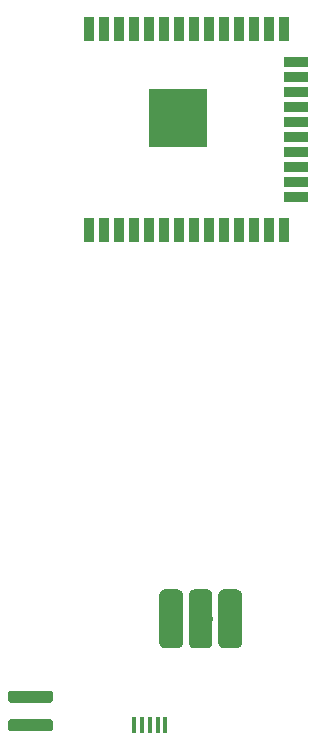
<source format=gbr>
G04 #@! TF.GenerationSoftware,KiCad,Pcbnew,(5.1.2)-1*
G04 #@! TF.CreationDate,2019-07-28T17:54:04+02:00*
G04 #@! TF.ProjectId,qqv11,71717631-312e-46b6-9963-61645f706362,rev?*
G04 #@! TF.SameCoordinates,Original*
G04 #@! TF.FileFunction,Paste,Bot*
G04 #@! TF.FilePolarity,Positive*
%FSLAX46Y46*%
G04 Gerber Fmt 4.6, Leading zero omitted, Abs format (unit mm)*
G04 Created by KiCad (PCBNEW (5.1.2)-1) date 2019-07-28 17:54:04*
%MOMM*%
%LPD*%
G04 APERTURE LIST*
%ADD10R,0.400000X1.350000*%
%ADD11C,0.100000*%
%ADD12C,2.000000*%
%ADD13C,1.000000*%
%ADD14R,5.000000X5.000000*%
%ADD15R,0.900000X2.000000*%
%ADD16R,2.000000X0.900000*%
G04 APERTURE END LIST*
D10*
X106700000Y-124200000D03*
X106050000Y-124200000D03*
X105400000Y-124200000D03*
X107350000Y-124200000D03*
X108000000Y-124200000D03*
D11*
G36*
X109049009Y-112702408D02*
G01*
X109097545Y-112709607D01*
X109145142Y-112721530D01*
X109191342Y-112738060D01*
X109235698Y-112759039D01*
X109277785Y-112784265D01*
X109317197Y-112813495D01*
X109353553Y-112846447D01*
X109386505Y-112882803D01*
X109415735Y-112922215D01*
X109440961Y-112964302D01*
X109461940Y-113008658D01*
X109478470Y-113054858D01*
X109490393Y-113102455D01*
X109497592Y-113150991D01*
X109500000Y-113200000D01*
X109500000Y-117200000D01*
X109497592Y-117249009D01*
X109490393Y-117297545D01*
X109478470Y-117345142D01*
X109461940Y-117391342D01*
X109440961Y-117435698D01*
X109415735Y-117477785D01*
X109386505Y-117517197D01*
X109353553Y-117553553D01*
X109317197Y-117586505D01*
X109277785Y-117615735D01*
X109235698Y-117640961D01*
X109191342Y-117661940D01*
X109145142Y-117678470D01*
X109097545Y-117690393D01*
X109049009Y-117697592D01*
X109000000Y-117700000D01*
X108000000Y-117700000D01*
X107950991Y-117697592D01*
X107902455Y-117690393D01*
X107854858Y-117678470D01*
X107808658Y-117661940D01*
X107764302Y-117640961D01*
X107722215Y-117615735D01*
X107682803Y-117586505D01*
X107646447Y-117553553D01*
X107613495Y-117517197D01*
X107584265Y-117477785D01*
X107559039Y-117435698D01*
X107538060Y-117391342D01*
X107521530Y-117345142D01*
X107509607Y-117297545D01*
X107502408Y-117249009D01*
X107500000Y-117200000D01*
X107500000Y-113200000D01*
X107502408Y-113150991D01*
X107509607Y-113102455D01*
X107521530Y-113054858D01*
X107538060Y-113008658D01*
X107559039Y-112964302D01*
X107584265Y-112922215D01*
X107613495Y-112882803D01*
X107646447Y-112846447D01*
X107682803Y-112813495D01*
X107722215Y-112784265D01*
X107764302Y-112759039D01*
X107808658Y-112738060D01*
X107854858Y-112721530D01*
X107902455Y-112709607D01*
X107950991Y-112702408D01*
X108000000Y-112700000D01*
X109000000Y-112700000D01*
X109049009Y-112702408D01*
X109049009Y-112702408D01*
G37*
D12*
X108500000Y-115200000D03*
D11*
G36*
X111549009Y-112702408D02*
G01*
X111597545Y-112709607D01*
X111645142Y-112721530D01*
X111691342Y-112738060D01*
X111735698Y-112759039D01*
X111777785Y-112784265D01*
X111817197Y-112813495D01*
X111853553Y-112846447D01*
X111886505Y-112882803D01*
X111915735Y-112922215D01*
X111940961Y-112964302D01*
X111961940Y-113008658D01*
X111978470Y-113054858D01*
X111990393Y-113102455D01*
X111997592Y-113150991D01*
X112000000Y-113200000D01*
X112000000Y-117200000D01*
X111997592Y-117249009D01*
X111990393Y-117297545D01*
X111978470Y-117345142D01*
X111961940Y-117391342D01*
X111940961Y-117435698D01*
X111915735Y-117477785D01*
X111886505Y-117517197D01*
X111853553Y-117553553D01*
X111817197Y-117586505D01*
X111777785Y-117615735D01*
X111735698Y-117640961D01*
X111691342Y-117661940D01*
X111645142Y-117678470D01*
X111597545Y-117690393D01*
X111549009Y-117697592D01*
X111500000Y-117700000D01*
X110500000Y-117700000D01*
X110450991Y-117697592D01*
X110402455Y-117690393D01*
X110354858Y-117678470D01*
X110308658Y-117661940D01*
X110264302Y-117640961D01*
X110222215Y-117615735D01*
X110182803Y-117586505D01*
X110146447Y-117553553D01*
X110113495Y-117517197D01*
X110084265Y-117477785D01*
X110059039Y-117435698D01*
X110038060Y-117391342D01*
X110021530Y-117345142D01*
X110009607Y-117297545D01*
X110002408Y-117249009D01*
X110000000Y-117200000D01*
X110000000Y-113200000D01*
X110002408Y-113150991D01*
X110009607Y-113102455D01*
X110021530Y-113054858D01*
X110038060Y-113008658D01*
X110059039Y-112964302D01*
X110084265Y-112922215D01*
X110113495Y-112882803D01*
X110146447Y-112846447D01*
X110182803Y-112813495D01*
X110222215Y-112784265D01*
X110264302Y-112759039D01*
X110308658Y-112738060D01*
X110354858Y-112721530D01*
X110402455Y-112709607D01*
X110450991Y-112702408D01*
X110500000Y-112700000D01*
X111500000Y-112700000D01*
X111549009Y-112702408D01*
X111549009Y-112702408D01*
G37*
D12*
X111000000Y-115200000D03*
D11*
G36*
X114049009Y-112702408D02*
G01*
X114097545Y-112709607D01*
X114145142Y-112721530D01*
X114191342Y-112738060D01*
X114235698Y-112759039D01*
X114277785Y-112784265D01*
X114317197Y-112813495D01*
X114353553Y-112846447D01*
X114386505Y-112882803D01*
X114415735Y-112922215D01*
X114440961Y-112964302D01*
X114461940Y-113008658D01*
X114478470Y-113054858D01*
X114490393Y-113102455D01*
X114497592Y-113150991D01*
X114500000Y-113200000D01*
X114500000Y-117200000D01*
X114497592Y-117249009D01*
X114490393Y-117297545D01*
X114478470Y-117345142D01*
X114461940Y-117391342D01*
X114440961Y-117435698D01*
X114415735Y-117477785D01*
X114386505Y-117517197D01*
X114353553Y-117553553D01*
X114317197Y-117586505D01*
X114277785Y-117615735D01*
X114235698Y-117640961D01*
X114191342Y-117661940D01*
X114145142Y-117678470D01*
X114097545Y-117690393D01*
X114049009Y-117697592D01*
X114000000Y-117700000D01*
X113000000Y-117700000D01*
X112950991Y-117697592D01*
X112902455Y-117690393D01*
X112854858Y-117678470D01*
X112808658Y-117661940D01*
X112764302Y-117640961D01*
X112722215Y-117615735D01*
X112682803Y-117586505D01*
X112646447Y-117553553D01*
X112613495Y-117517197D01*
X112584265Y-117477785D01*
X112559039Y-117435698D01*
X112538060Y-117391342D01*
X112521530Y-117345142D01*
X112509607Y-117297545D01*
X112502408Y-117249009D01*
X112500000Y-117200000D01*
X112500000Y-113200000D01*
X112502408Y-113150991D01*
X112509607Y-113102455D01*
X112521530Y-113054858D01*
X112538060Y-113008658D01*
X112559039Y-112964302D01*
X112584265Y-112922215D01*
X112613495Y-112882803D01*
X112646447Y-112846447D01*
X112682803Y-112813495D01*
X112722215Y-112784265D01*
X112764302Y-112759039D01*
X112808658Y-112738060D01*
X112854858Y-112721530D01*
X112902455Y-112709607D01*
X112950991Y-112702408D01*
X113000000Y-112700000D01*
X114000000Y-112700000D01*
X114049009Y-112702408D01*
X114049009Y-112702408D01*
G37*
D12*
X113500000Y-115200000D03*
D11*
G36*
X98274504Y-123701204D02*
G01*
X98298773Y-123704804D01*
X98322571Y-123710765D01*
X98345671Y-123719030D01*
X98367849Y-123729520D01*
X98388893Y-123742133D01*
X98408598Y-123756747D01*
X98426777Y-123773223D01*
X98443253Y-123791402D01*
X98457867Y-123811107D01*
X98470480Y-123832151D01*
X98480970Y-123854329D01*
X98489235Y-123877429D01*
X98495196Y-123901227D01*
X98498796Y-123925496D01*
X98500000Y-123950000D01*
X98500000Y-124450000D01*
X98498796Y-124474504D01*
X98495196Y-124498773D01*
X98489235Y-124522571D01*
X98480970Y-124545671D01*
X98470480Y-124567849D01*
X98457867Y-124588893D01*
X98443253Y-124608598D01*
X98426777Y-124626777D01*
X98408598Y-124643253D01*
X98388893Y-124657867D01*
X98367849Y-124670480D01*
X98345671Y-124680970D01*
X98322571Y-124689235D01*
X98298773Y-124695196D01*
X98274504Y-124698796D01*
X98250000Y-124700000D01*
X94950000Y-124700000D01*
X94925496Y-124698796D01*
X94901227Y-124695196D01*
X94877429Y-124689235D01*
X94854329Y-124680970D01*
X94832151Y-124670480D01*
X94811107Y-124657867D01*
X94791402Y-124643253D01*
X94773223Y-124626777D01*
X94756747Y-124608598D01*
X94742133Y-124588893D01*
X94729520Y-124567849D01*
X94719030Y-124545671D01*
X94710765Y-124522571D01*
X94704804Y-124498773D01*
X94701204Y-124474504D01*
X94700000Y-124450000D01*
X94700000Y-123950000D01*
X94701204Y-123925496D01*
X94704804Y-123901227D01*
X94710765Y-123877429D01*
X94719030Y-123854329D01*
X94729520Y-123832151D01*
X94742133Y-123811107D01*
X94756747Y-123791402D01*
X94773223Y-123773223D01*
X94791402Y-123756747D01*
X94811107Y-123742133D01*
X94832151Y-123729520D01*
X94854329Y-123719030D01*
X94877429Y-123710765D01*
X94901227Y-123704804D01*
X94925496Y-123701204D01*
X94950000Y-123700000D01*
X98250000Y-123700000D01*
X98274504Y-123701204D01*
X98274504Y-123701204D01*
G37*
D13*
X96600000Y-124200000D03*
D11*
G36*
X98274504Y-121301204D02*
G01*
X98298773Y-121304804D01*
X98322571Y-121310765D01*
X98345671Y-121319030D01*
X98367849Y-121329520D01*
X98388893Y-121342133D01*
X98408598Y-121356747D01*
X98426777Y-121373223D01*
X98443253Y-121391402D01*
X98457867Y-121411107D01*
X98470480Y-121432151D01*
X98480970Y-121454329D01*
X98489235Y-121477429D01*
X98495196Y-121501227D01*
X98498796Y-121525496D01*
X98500000Y-121550000D01*
X98500000Y-122050000D01*
X98498796Y-122074504D01*
X98495196Y-122098773D01*
X98489235Y-122122571D01*
X98480970Y-122145671D01*
X98470480Y-122167849D01*
X98457867Y-122188893D01*
X98443253Y-122208598D01*
X98426777Y-122226777D01*
X98408598Y-122243253D01*
X98388893Y-122257867D01*
X98367849Y-122270480D01*
X98345671Y-122280970D01*
X98322571Y-122289235D01*
X98298773Y-122295196D01*
X98274504Y-122298796D01*
X98250000Y-122300000D01*
X94950000Y-122300000D01*
X94925496Y-122298796D01*
X94901227Y-122295196D01*
X94877429Y-122289235D01*
X94854329Y-122280970D01*
X94832151Y-122270480D01*
X94811107Y-122257867D01*
X94791402Y-122243253D01*
X94773223Y-122226777D01*
X94756747Y-122208598D01*
X94742133Y-122188893D01*
X94729520Y-122167849D01*
X94719030Y-122145671D01*
X94710765Y-122122571D01*
X94704804Y-122098773D01*
X94701204Y-122074504D01*
X94700000Y-122050000D01*
X94700000Y-121550000D01*
X94701204Y-121525496D01*
X94704804Y-121501227D01*
X94710765Y-121477429D01*
X94719030Y-121454329D01*
X94729520Y-121432151D01*
X94742133Y-121411107D01*
X94756747Y-121391402D01*
X94773223Y-121373223D01*
X94791402Y-121356747D01*
X94811107Y-121342133D01*
X94832151Y-121329520D01*
X94854329Y-121319030D01*
X94877429Y-121310765D01*
X94901227Y-121304804D01*
X94925496Y-121301204D01*
X94950000Y-121300000D01*
X98250000Y-121300000D01*
X98274504Y-121301204D01*
X98274504Y-121301204D01*
G37*
D13*
X96600000Y-121800000D03*
D14*
X109045000Y-72800000D03*
D15*
X101545000Y-65300000D03*
X102815000Y-65300000D03*
X104085000Y-65300000D03*
X105355000Y-65300000D03*
X106625000Y-65300000D03*
X107895000Y-65300000D03*
X109165000Y-65300000D03*
X110435000Y-65300000D03*
X111705000Y-65300000D03*
X112975000Y-65300000D03*
X114245000Y-65300000D03*
X115515000Y-65300000D03*
X116785000Y-65300000D03*
X118055000Y-65300000D03*
D16*
X119055000Y-68085000D03*
X119055000Y-69355000D03*
X119055000Y-70625000D03*
X119055000Y-71895000D03*
X119055000Y-73165000D03*
X119055000Y-74435000D03*
X119055000Y-75705000D03*
X119055000Y-76975000D03*
X119055000Y-78245000D03*
X119055000Y-79515000D03*
D15*
X118055000Y-82300000D03*
X116785000Y-82300000D03*
X115515000Y-82300000D03*
X114245000Y-82300000D03*
X112975000Y-82300000D03*
X111705000Y-82300000D03*
X110435000Y-82300000D03*
X109165000Y-82300000D03*
X107895000Y-82300000D03*
X106625000Y-82300000D03*
X105355000Y-82300000D03*
X104085000Y-82300000D03*
X102815000Y-82300000D03*
X101545000Y-82300000D03*
M02*

</source>
